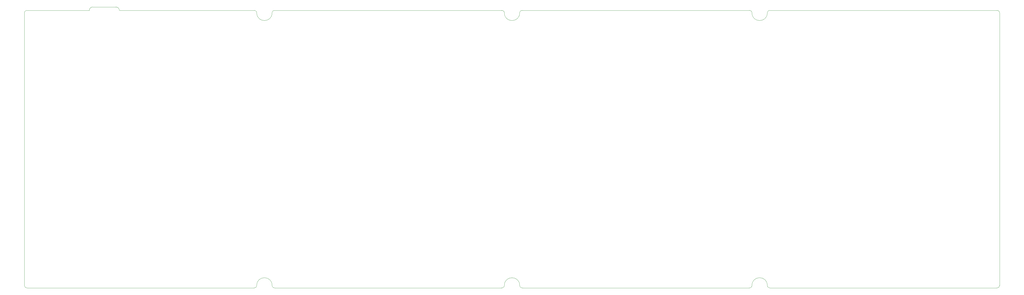
<source format=gm1>
G04 #@! TF.GenerationSoftware,KiCad,Pcbnew,(5.1.4)-1*
G04 #@! TF.CreationDate,2020-07-18T23:48:47-04:00*
G04 #@! TF.ProjectId,southpawpcb,736f7574-6870-4617-9770-63622e6b6963,rev?*
G04 #@! TF.SameCoordinates,Original*
G04 #@! TF.FileFunction,Profile,NP*
%FSLAX46Y46*%
G04 Gerber Fmt 4.6, Leading zero omitted, Abs format (unit mm)*
G04 Created by KiCad (PCBNEW (5.1.4)-1) date 2020-07-18 23:48:47*
%MOMM*%
%LPD*%
G04 APERTURE LIST*
%ADD10C,0.050000*%
G04 APERTURE END LIST*
D10*
X10287000Y96393000D02*
X60475500Y96392750D01*
X381000Y97663000D02*
X9017000Y97663000D01*
X9017000Y97663000D02*
G75*
G02X10287000Y96393000I0J-1270000D01*
G01*
X-889000Y96393000D02*
G75*
G02X381000Y97663000I1270000J0D01*
G01*
X153575500Y-6207250D02*
G75*
G02X152625500Y-7157250I-950000J0D01*
G01*
X244775500Y96392750D02*
G75*
G02X245725500Y95442750I0J-950000D01*
G01*
X-25024500Y95442750D02*
X-25024500Y-5257250D01*
X152625500Y-7157250D02*
X68075500Y-7157250D01*
X244775500Y-7157250D02*
X160225500Y-7157250D01*
X152625500Y96392750D02*
G75*
G02X153575500Y95442750I0J-950000D01*
G01*
X-23124500Y96392750D02*
X-889000Y96393000D01*
X160225500Y-7157250D02*
G75*
G02X159275500Y-6207250I0J950000D01*
G01*
X68075500Y-7157250D02*
G75*
G02X67125500Y-6207250I0J950000D01*
G01*
X67125500Y95442750D02*
G75*
G02X68075500Y96392750I950000J0D01*
G01*
X336925500Y96392750D02*
G75*
G02X337875500Y95442750I0J-950000D01*
G01*
X68075500Y96392750D02*
X152625500Y96392750D01*
X159275500Y95442750D02*
G75*
G02X160225500Y96392750I950000J0D01*
G01*
X-24074500Y-7157250D02*
G75*
G02X-25024500Y-6207250I0J950000D01*
G01*
X-25024500Y95442750D02*
G75*
G02X-24074500Y96392750I950000J0D01*
G01*
X160225500Y96392750D02*
X244775500Y96392750D01*
X153575500Y-6207250D02*
G75*
G02X159275500Y-6207250I2850000J0D01*
G01*
X61425500Y-6207250D02*
G75*
G02X67125500Y-6207250I2850000J0D01*
G01*
X245725500Y-6207250D02*
G75*
G02X244775500Y-7157250I-950000J0D01*
G01*
X60475500Y-7157250D02*
X-24074500Y-7157250D01*
X60475500Y96392750D02*
G75*
G02X61425500Y95442750I0J-950000D01*
G01*
X61425500Y-6207250D02*
G75*
G02X60475500Y-7157250I-950000J0D01*
G01*
X251425500Y95442750D02*
G75*
G02X245725500Y95442750I-2850000J0D01*
G01*
X252375500Y96392750D02*
X336925500Y96392750D01*
X67125500Y95442750D02*
G75*
G02X61425500Y95442750I-2850000J0D01*
G01*
X252375500Y-7157250D02*
X336925500Y-7157250D01*
X245725500Y-6207250D02*
G75*
G02X251425500Y-6207250I2850000J0D01*
G01*
X252375500Y-7157250D02*
G75*
G02X251425500Y-6207250I0J950000D01*
G01*
X337875500Y-6207250D02*
X337875500Y95442750D01*
X-23124500Y96392750D02*
X-24074500Y96392750D01*
X337875500Y-6207250D02*
G75*
G02X336925500Y-7157250I-950000J0D01*
G01*
X251425500Y95442750D02*
G75*
G02X252375500Y96392750I950000J0D01*
G01*
X159275500Y95442750D02*
G75*
G02X153575500Y95442750I-2850000J0D01*
G01*
X-25024500Y-5257250D02*
X-25024500Y-6207250D01*
M02*

</source>
